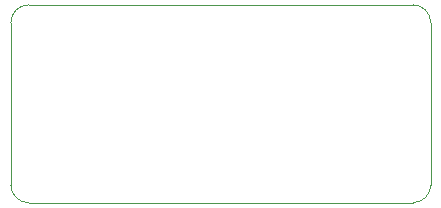
<source format=gbr>
%TF.GenerationSoftware,KiCad,Pcbnew,8.0.5*%
%TF.CreationDate,2025-01-07T00:48:21+01:00*%
%TF.ProjectId,my_Project3,6d795f50-726f-46a6-9563-74332e6b6963,rev?*%
%TF.SameCoordinates,Original*%
%TF.FileFunction,Profile,NP*%
%FSLAX46Y46*%
G04 Gerber Fmt 4.6, Leading zero omitted, Abs format (unit mm)*
G04 Created by KiCad (PCBNEW 8.0.5) date 2025-01-07 00:48:21*
%MOMM*%
%LPD*%
G01*
G04 APERTURE LIST*
%TA.AperFunction,Profile*%
%ADD10C,0.050000*%
%TD*%
G04 APERTURE END LIST*
D10*
X116384000Y-88240000D02*
G75*
G02*
X114860000Y-86716000I0J1524000D01*
G01*
X114860000Y-73000000D02*
G75*
G02*
X116384000Y-71476000I1524000J0D01*
G01*
X148896000Y-71476000D02*
G75*
G02*
X150420000Y-73000000I0J-1524000D01*
G01*
X150420000Y-86716000D02*
G75*
G02*
X148896000Y-88240000I-1524000J0D01*
G01*
X150420000Y-86716000D02*
X150420000Y-73000000D01*
X116384000Y-88240000D02*
X148896000Y-88240000D01*
X114860000Y-73000000D02*
X114860000Y-86716000D01*
X148896000Y-71476000D02*
X116384000Y-71476000D01*
M02*

</source>
